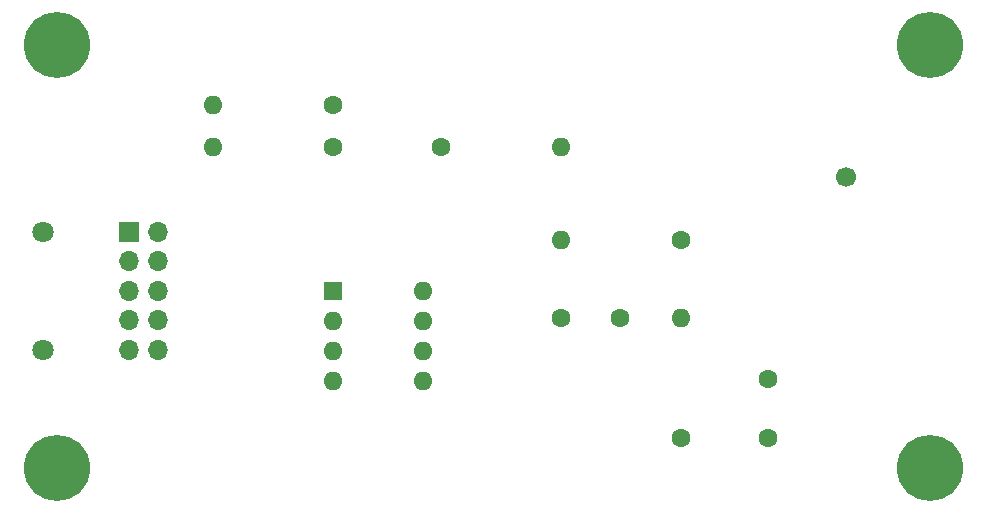
<source format=gbs>
%TF.GenerationSoftware,KiCad,Pcbnew,7.0.2*%
%TF.CreationDate,2023-05-19T14:46:58-05:00*%
%TF.ProjectId,LED Driver,4c454420-4472-4697-9665-722e6b696361,v1a*%
%TF.SameCoordinates,Original*%
%TF.FileFunction,Soldermask,Bot*%
%TF.FilePolarity,Negative*%
%FSLAX46Y46*%
G04 Gerber Fmt 4.6, Leading zero omitted, Abs format (unit mm)*
G04 Created by KiCad (PCBNEW 7.0.2) date 2023-05-19 14:46:58*
%MOMM*%
%LPD*%
G01*
G04 APERTURE LIST*
%ADD10C,1.600000*%
%ADD11O,1.600000X1.600000*%
%ADD12C,5.600000*%
%ADD13R,1.600000X1.600000*%
%ADD14C,1.700000*%
%ADD15C,1.800000*%
%ADD16R,1.700000X1.700000*%
%ADD17O,1.700000X1.700000*%
G04 APERTURE END LIST*
D10*
%TO.C,C2*%
X122936000Y-71120000D03*
X122936000Y-66120000D03*
%TD*%
%TO.C,R1*%
X95250000Y-46482000D03*
D11*
X105410000Y-46482000D03*
%TD*%
D12*
%TO.C,J3*%
X62738000Y-37846000D03*
%TD*%
%TO.C,J4*%
X136652000Y-37846000D03*
%TD*%
D13*
%TO.C,U1*%
X86106000Y-58674000D03*
D11*
X86106000Y-61214000D03*
X86106000Y-63754000D03*
X86106000Y-66294000D03*
X93726000Y-66294000D03*
X93726000Y-63754000D03*
X93726000Y-61214000D03*
X93726000Y-58674000D03*
%TD*%
D10*
%TO.C,C1*%
X105410000Y-60960000D03*
X110410000Y-60960000D03*
%TD*%
D12*
%TO.C,J5*%
X136652000Y-73660000D03*
%TD*%
D10*
%TO.C,R5*%
X86106000Y-46482000D03*
D11*
X75946000Y-46482000D03*
%TD*%
D14*
%TO.C,U2*%
X129540000Y-49022000D03*
%TD*%
D10*
%TO.C,R3*%
X115570000Y-54356000D03*
D11*
X105410000Y-54356000D03*
%TD*%
D15*
%TO.C,J1*%
X61584000Y-53674000D03*
X61584000Y-63674000D03*
D16*
X68834000Y-53674000D03*
D17*
X68834000Y-56174000D03*
X68834000Y-58674000D03*
X68834000Y-61174000D03*
X68834000Y-63674000D03*
X71334000Y-63674000D03*
X71334000Y-61174000D03*
X71334000Y-58674000D03*
X71334000Y-56174000D03*
X71334000Y-53674000D03*
%TD*%
D12*
%TO.C,J6*%
X62738000Y-73660000D03*
%TD*%
D10*
%TO.C,R6*%
X86106000Y-42926000D03*
D11*
X75946000Y-42926000D03*
%TD*%
D10*
%TO.C,R4*%
X115570000Y-71120000D03*
D11*
X115570000Y-60960000D03*
%TD*%
M02*

</source>
